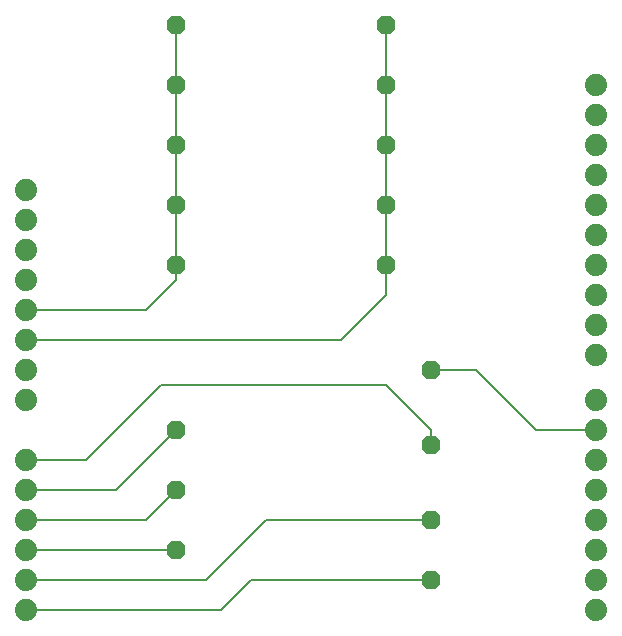
<source format=gbr>
G04 EAGLE Gerber RS-274X export*
G75*
%MOMM*%
%FSLAX34Y34*%
%LPD*%
%INTop Copper*%
%IPPOS*%
%AMOC8*
5,1,8,0,0,1.08239X$1,22.5*%
G01*
%ADD10C,1.879600*%
%ADD11P,1.732040X8X22.500000*%
%ADD12C,0.152400*%


D10*
X635000Y533400D03*
X635000Y508000D03*
X635000Y482600D03*
X635000Y457200D03*
X635000Y431800D03*
X635000Y406400D03*
X635000Y355600D03*
X635000Y330200D03*
X635000Y304800D03*
X635000Y279400D03*
X635000Y254000D03*
X635000Y228600D03*
X1117600Y228600D03*
X1117600Y254000D03*
X1117600Y279400D03*
X1117600Y304800D03*
X1117600Y330200D03*
X1117600Y355600D03*
X1117600Y381000D03*
X1117600Y406400D03*
X1117600Y444500D03*
X1117600Y469900D03*
X1117600Y495300D03*
X1117600Y520700D03*
X1117600Y546100D03*
X1117600Y571500D03*
X1117600Y596900D03*
X1117600Y622300D03*
X1117600Y647700D03*
X1117600Y673100D03*
X635000Y558800D03*
X635000Y584200D03*
D11*
X939800Y723900D03*
X939800Y673100D03*
X939800Y622300D03*
X762000Y723900D03*
X762000Y673100D03*
X762000Y622300D03*
X762000Y381000D03*
X762000Y330200D03*
X762000Y279400D03*
X939800Y571500D03*
X762000Y571500D03*
X977900Y304800D03*
X977900Y254000D03*
X762000Y520700D03*
X939800Y520700D03*
X977900Y368300D03*
X977900Y431800D03*
D12*
X685800Y355600D02*
X635000Y355600D01*
X685800Y355600D02*
X749300Y419100D01*
X977900Y381000D02*
X977900Y368300D01*
X977900Y381000D02*
X939800Y419100D01*
X749300Y419100D01*
X711200Y330200D02*
X635000Y330200D01*
X711200Y330200D02*
X762000Y381000D01*
X762000Y330200D02*
X736600Y304800D01*
X635000Y304800D01*
X635000Y279400D02*
X762000Y279400D01*
X838200Y304800D02*
X977900Y304800D01*
X838200Y304800D02*
X787400Y254000D01*
X635000Y254000D01*
X635000Y228600D02*
X800100Y228600D01*
X825500Y254000D01*
X977900Y254000D01*
X901700Y457200D02*
X939800Y495300D01*
X939800Y520700D01*
X901700Y457200D02*
X635000Y457200D01*
X939800Y520700D02*
X939800Y571500D01*
X939800Y622300D01*
X939800Y673100D01*
X939800Y723900D01*
X736600Y482600D02*
X635000Y482600D01*
X762000Y508000D02*
X762000Y520700D01*
X762000Y508000D02*
X736600Y482600D01*
X762000Y520700D02*
X762000Y571500D01*
X762000Y622300D01*
X762000Y673100D01*
X762000Y723900D01*
X977900Y431800D02*
X1016000Y431800D01*
X1066800Y381000D01*
X1117600Y381000D01*
M02*

</source>
